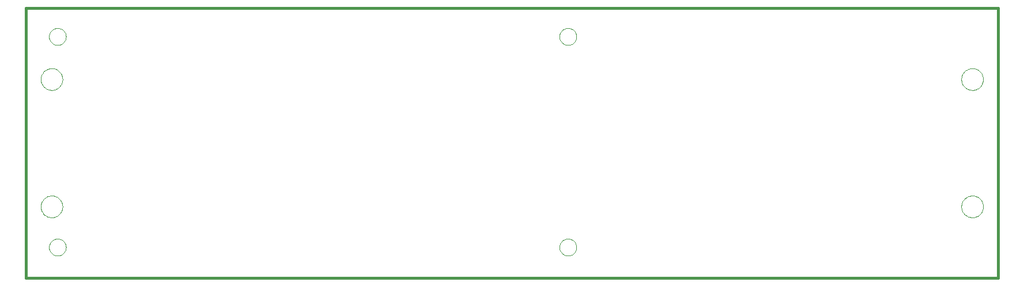
<source format=gko>
G75*
%MOIN*%
%OFA0B0*%
%FSLAX24Y24*%
%IPPOS*%
%LPD*%
%AMOC8*
5,1,8,0,0,1.08239X$1,22.5*
%
%ADD10C,0.0160*%
%ADD11C,0.0000*%
D10*
X000180Y000180D02*
X000180Y015805D01*
X056430Y015805D01*
X056430Y000180D01*
X000180Y000180D01*
D11*
X001524Y001948D02*
X001526Y001992D01*
X001532Y002036D01*
X001542Y002079D01*
X001555Y002121D01*
X001573Y002161D01*
X001594Y002200D01*
X001618Y002237D01*
X001645Y002272D01*
X001676Y002304D01*
X001709Y002333D01*
X001745Y002359D01*
X001783Y002381D01*
X001823Y002400D01*
X001864Y002416D01*
X001907Y002428D01*
X001950Y002436D01*
X001994Y002440D01*
X002038Y002440D01*
X002082Y002436D01*
X002125Y002428D01*
X002168Y002416D01*
X002209Y002400D01*
X002249Y002381D01*
X002287Y002359D01*
X002323Y002333D01*
X002356Y002304D01*
X002387Y002272D01*
X002414Y002237D01*
X002438Y002200D01*
X002459Y002161D01*
X002477Y002121D01*
X002490Y002079D01*
X002500Y002036D01*
X002506Y001992D01*
X002508Y001948D01*
X002506Y001904D01*
X002500Y001860D01*
X002490Y001817D01*
X002477Y001775D01*
X002459Y001735D01*
X002438Y001696D01*
X002414Y001659D01*
X002387Y001624D01*
X002356Y001592D01*
X002323Y001563D01*
X002287Y001537D01*
X002249Y001515D01*
X002209Y001496D01*
X002168Y001480D01*
X002125Y001468D01*
X002082Y001460D01*
X002038Y001456D01*
X001994Y001456D01*
X001950Y001460D01*
X001907Y001468D01*
X001864Y001480D01*
X001823Y001496D01*
X001783Y001515D01*
X001745Y001537D01*
X001709Y001563D01*
X001676Y001592D01*
X001645Y001624D01*
X001618Y001659D01*
X001594Y001696D01*
X001573Y001735D01*
X001555Y001775D01*
X001542Y001817D01*
X001532Y001860D01*
X001526Y001904D01*
X001524Y001948D01*
X001050Y004305D02*
X001052Y004355D01*
X001058Y004405D01*
X001068Y004454D01*
X001082Y004502D01*
X001099Y004549D01*
X001120Y004594D01*
X001145Y004638D01*
X001173Y004679D01*
X001205Y004718D01*
X001239Y004755D01*
X001276Y004789D01*
X001316Y004819D01*
X001358Y004846D01*
X001402Y004870D01*
X001448Y004891D01*
X001495Y004907D01*
X001543Y004920D01*
X001593Y004929D01*
X001642Y004934D01*
X001693Y004935D01*
X001743Y004932D01*
X001792Y004925D01*
X001841Y004914D01*
X001889Y004899D01*
X001935Y004881D01*
X001980Y004859D01*
X002023Y004833D01*
X002064Y004804D01*
X002103Y004772D01*
X002139Y004737D01*
X002171Y004699D01*
X002201Y004659D01*
X002228Y004616D01*
X002251Y004572D01*
X002270Y004526D01*
X002286Y004478D01*
X002298Y004429D01*
X002306Y004380D01*
X002310Y004330D01*
X002310Y004280D01*
X002306Y004230D01*
X002298Y004181D01*
X002286Y004132D01*
X002270Y004084D01*
X002251Y004038D01*
X002228Y003994D01*
X002201Y003951D01*
X002171Y003911D01*
X002139Y003873D01*
X002103Y003838D01*
X002064Y003806D01*
X002023Y003777D01*
X001980Y003751D01*
X001935Y003729D01*
X001889Y003711D01*
X001841Y003696D01*
X001792Y003685D01*
X001743Y003678D01*
X001693Y003675D01*
X001642Y003676D01*
X001593Y003681D01*
X001543Y003690D01*
X001495Y003703D01*
X001448Y003719D01*
X001402Y003740D01*
X001358Y003764D01*
X001316Y003791D01*
X001276Y003821D01*
X001239Y003855D01*
X001205Y003892D01*
X001173Y003931D01*
X001145Y003972D01*
X001120Y004016D01*
X001099Y004061D01*
X001082Y004108D01*
X001068Y004156D01*
X001058Y004205D01*
X001052Y004255D01*
X001050Y004305D01*
X001050Y011680D02*
X001052Y011730D01*
X001058Y011780D01*
X001068Y011829D01*
X001082Y011877D01*
X001099Y011924D01*
X001120Y011969D01*
X001145Y012013D01*
X001173Y012054D01*
X001205Y012093D01*
X001239Y012130D01*
X001276Y012164D01*
X001316Y012194D01*
X001358Y012221D01*
X001402Y012245D01*
X001448Y012266D01*
X001495Y012282D01*
X001543Y012295D01*
X001593Y012304D01*
X001642Y012309D01*
X001693Y012310D01*
X001743Y012307D01*
X001792Y012300D01*
X001841Y012289D01*
X001889Y012274D01*
X001935Y012256D01*
X001980Y012234D01*
X002023Y012208D01*
X002064Y012179D01*
X002103Y012147D01*
X002139Y012112D01*
X002171Y012074D01*
X002201Y012034D01*
X002228Y011991D01*
X002251Y011947D01*
X002270Y011901D01*
X002286Y011853D01*
X002298Y011804D01*
X002306Y011755D01*
X002310Y011705D01*
X002310Y011655D01*
X002306Y011605D01*
X002298Y011556D01*
X002286Y011507D01*
X002270Y011459D01*
X002251Y011413D01*
X002228Y011369D01*
X002201Y011326D01*
X002171Y011286D01*
X002139Y011248D01*
X002103Y011213D01*
X002064Y011181D01*
X002023Y011152D01*
X001980Y011126D01*
X001935Y011104D01*
X001889Y011086D01*
X001841Y011071D01*
X001792Y011060D01*
X001743Y011053D01*
X001693Y011050D01*
X001642Y011051D01*
X001593Y011056D01*
X001543Y011065D01*
X001495Y011078D01*
X001448Y011094D01*
X001402Y011115D01*
X001358Y011139D01*
X001316Y011166D01*
X001276Y011196D01*
X001239Y011230D01*
X001205Y011267D01*
X001173Y011306D01*
X001145Y011347D01*
X001120Y011391D01*
X001099Y011436D01*
X001082Y011483D01*
X001068Y011531D01*
X001058Y011580D01*
X001052Y011630D01*
X001050Y011680D01*
X001524Y014152D02*
X001526Y014196D01*
X001532Y014240D01*
X001542Y014283D01*
X001555Y014325D01*
X001573Y014365D01*
X001594Y014404D01*
X001618Y014441D01*
X001645Y014476D01*
X001676Y014508D01*
X001709Y014537D01*
X001745Y014563D01*
X001783Y014585D01*
X001823Y014604D01*
X001864Y014620D01*
X001907Y014632D01*
X001950Y014640D01*
X001994Y014644D01*
X002038Y014644D01*
X002082Y014640D01*
X002125Y014632D01*
X002168Y014620D01*
X002209Y014604D01*
X002249Y014585D01*
X002287Y014563D01*
X002323Y014537D01*
X002356Y014508D01*
X002387Y014476D01*
X002414Y014441D01*
X002438Y014404D01*
X002459Y014365D01*
X002477Y014325D01*
X002490Y014283D01*
X002500Y014240D01*
X002506Y014196D01*
X002508Y014152D01*
X002506Y014108D01*
X002500Y014064D01*
X002490Y014021D01*
X002477Y013979D01*
X002459Y013939D01*
X002438Y013900D01*
X002414Y013863D01*
X002387Y013828D01*
X002356Y013796D01*
X002323Y013767D01*
X002287Y013741D01*
X002249Y013719D01*
X002209Y013700D01*
X002168Y013684D01*
X002125Y013672D01*
X002082Y013664D01*
X002038Y013660D01*
X001994Y013660D01*
X001950Y013664D01*
X001907Y013672D01*
X001864Y013684D01*
X001823Y013700D01*
X001783Y013719D01*
X001745Y013741D01*
X001709Y013767D01*
X001676Y013796D01*
X001645Y013828D01*
X001618Y013863D01*
X001594Y013900D01*
X001573Y013939D01*
X001555Y013979D01*
X001542Y014021D01*
X001532Y014064D01*
X001526Y014108D01*
X001524Y014152D01*
X031052Y014152D02*
X031054Y014196D01*
X031060Y014240D01*
X031070Y014283D01*
X031083Y014325D01*
X031101Y014365D01*
X031122Y014404D01*
X031146Y014441D01*
X031173Y014476D01*
X031204Y014508D01*
X031237Y014537D01*
X031273Y014563D01*
X031311Y014585D01*
X031351Y014604D01*
X031392Y014620D01*
X031435Y014632D01*
X031478Y014640D01*
X031522Y014644D01*
X031566Y014644D01*
X031610Y014640D01*
X031653Y014632D01*
X031696Y014620D01*
X031737Y014604D01*
X031777Y014585D01*
X031815Y014563D01*
X031851Y014537D01*
X031884Y014508D01*
X031915Y014476D01*
X031942Y014441D01*
X031966Y014404D01*
X031987Y014365D01*
X032005Y014325D01*
X032018Y014283D01*
X032028Y014240D01*
X032034Y014196D01*
X032036Y014152D01*
X032034Y014108D01*
X032028Y014064D01*
X032018Y014021D01*
X032005Y013979D01*
X031987Y013939D01*
X031966Y013900D01*
X031942Y013863D01*
X031915Y013828D01*
X031884Y013796D01*
X031851Y013767D01*
X031815Y013741D01*
X031777Y013719D01*
X031737Y013700D01*
X031696Y013684D01*
X031653Y013672D01*
X031610Y013664D01*
X031566Y013660D01*
X031522Y013660D01*
X031478Y013664D01*
X031435Y013672D01*
X031392Y013684D01*
X031351Y013700D01*
X031311Y013719D01*
X031273Y013741D01*
X031237Y013767D01*
X031204Y013796D01*
X031173Y013828D01*
X031146Y013863D01*
X031122Y013900D01*
X031101Y013939D01*
X031083Y013979D01*
X031070Y014021D01*
X031060Y014064D01*
X031054Y014108D01*
X031052Y014152D01*
X054300Y011680D02*
X054302Y011730D01*
X054308Y011780D01*
X054318Y011829D01*
X054332Y011877D01*
X054349Y011924D01*
X054370Y011969D01*
X054395Y012013D01*
X054423Y012054D01*
X054455Y012093D01*
X054489Y012130D01*
X054526Y012164D01*
X054566Y012194D01*
X054608Y012221D01*
X054652Y012245D01*
X054698Y012266D01*
X054745Y012282D01*
X054793Y012295D01*
X054843Y012304D01*
X054892Y012309D01*
X054943Y012310D01*
X054993Y012307D01*
X055042Y012300D01*
X055091Y012289D01*
X055139Y012274D01*
X055185Y012256D01*
X055230Y012234D01*
X055273Y012208D01*
X055314Y012179D01*
X055353Y012147D01*
X055389Y012112D01*
X055421Y012074D01*
X055451Y012034D01*
X055478Y011991D01*
X055501Y011947D01*
X055520Y011901D01*
X055536Y011853D01*
X055548Y011804D01*
X055556Y011755D01*
X055560Y011705D01*
X055560Y011655D01*
X055556Y011605D01*
X055548Y011556D01*
X055536Y011507D01*
X055520Y011459D01*
X055501Y011413D01*
X055478Y011369D01*
X055451Y011326D01*
X055421Y011286D01*
X055389Y011248D01*
X055353Y011213D01*
X055314Y011181D01*
X055273Y011152D01*
X055230Y011126D01*
X055185Y011104D01*
X055139Y011086D01*
X055091Y011071D01*
X055042Y011060D01*
X054993Y011053D01*
X054943Y011050D01*
X054892Y011051D01*
X054843Y011056D01*
X054793Y011065D01*
X054745Y011078D01*
X054698Y011094D01*
X054652Y011115D01*
X054608Y011139D01*
X054566Y011166D01*
X054526Y011196D01*
X054489Y011230D01*
X054455Y011267D01*
X054423Y011306D01*
X054395Y011347D01*
X054370Y011391D01*
X054349Y011436D01*
X054332Y011483D01*
X054318Y011531D01*
X054308Y011580D01*
X054302Y011630D01*
X054300Y011680D01*
X054300Y004305D02*
X054302Y004355D01*
X054308Y004405D01*
X054318Y004454D01*
X054332Y004502D01*
X054349Y004549D01*
X054370Y004594D01*
X054395Y004638D01*
X054423Y004679D01*
X054455Y004718D01*
X054489Y004755D01*
X054526Y004789D01*
X054566Y004819D01*
X054608Y004846D01*
X054652Y004870D01*
X054698Y004891D01*
X054745Y004907D01*
X054793Y004920D01*
X054843Y004929D01*
X054892Y004934D01*
X054943Y004935D01*
X054993Y004932D01*
X055042Y004925D01*
X055091Y004914D01*
X055139Y004899D01*
X055185Y004881D01*
X055230Y004859D01*
X055273Y004833D01*
X055314Y004804D01*
X055353Y004772D01*
X055389Y004737D01*
X055421Y004699D01*
X055451Y004659D01*
X055478Y004616D01*
X055501Y004572D01*
X055520Y004526D01*
X055536Y004478D01*
X055548Y004429D01*
X055556Y004380D01*
X055560Y004330D01*
X055560Y004280D01*
X055556Y004230D01*
X055548Y004181D01*
X055536Y004132D01*
X055520Y004084D01*
X055501Y004038D01*
X055478Y003994D01*
X055451Y003951D01*
X055421Y003911D01*
X055389Y003873D01*
X055353Y003838D01*
X055314Y003806D01*
X055273Y003777D01*
X055230Y003751D01*
X055185Y003729D01*
X055139Y003711D01*
X055091Y003696D01*
X055042Y003685D01*
X054993Y003678D01*
X054943Y003675D01*
X054892Y003676D01*
X054843Y003681D01*
X054793Y003690D01*
X054745Y003703D01*
X054698Y003719D01*
X054652Y003740D01*
X054608Y003764D01*
X054566Y003791D01*
X054526Y003821D01*
X054489Y003855D01*
X054455Y003892D01*
X054423Y003931D01*
X054395Y003972D01*
X054370Y004016D01*
X054349Y004061D01*
X054332Y004108D01*
X054318Y004156D01*
X054308Y004205D01*
X054302Y004255D01*
X054300Y004305D01*
X031052Y001948D02*
X031054Y001992D01*
X031060Y002036D01*
X031070Y002079D01*
X031083Y002121D01*
X031101Y002161D01*
X031122Y002200D01*
X031146Y002237D01*
X031173Y002272D01*
X031204Y002304D01*
X031237Y002333D01*
X031273Y002359D01*
X031311Y002381D01*
X031351Y002400D01*
X031392Y002416D01*
X031435Y002428D01*
X031478Y002436D01*
X031522Y002440D01*
X031566Y002440D01*
X031610Y002436D01*
X031653Y002428D01*
X031696Y002416D01*
X031737Y002400D01*
X031777Y002381D01*
X031815Y002359D01*
X031851Y002333D01*
X031884Y002304D01*
X031915Y002272D01*
X031942Y002237D01*
X031966Y002200D01*
X031987Y002161D01*
X032005Y002121D01*
X032018Y002079D01*
X032028Y002036D01*
X032034Y001992D01*
X032036Y001948D01*
X032034Y001904D01*
X032028Y001860D01*
X032018Y001817D01*
X032005Y001775D01*
X031987Y001735D01*
X031966Y001696D01*
X031942Y001659D01*
X031915Y001624D01*
X031884Y001592D01*
X031851Y001563D01*
X031815Y001537D01*
X031777Y001515D01*
X031737Y001496D01*
X031696Y001480D01*
X031653Y001468D01*
X031610Y001460D01*
X031566Y001456D01*
X031522Y001456D01*
X031478Y001460D01*
X031435Y001468D01*
X031392Y001480D01*
X031351Y001496D01*
X031311Y001515D01*
X031273Y001537D01*
X031237Y001563D01*
X031204Y001592D01*
X031173Y001624D01*
X031146Y001659D01*
X031122Y001696D01*
X031101Y001735D01*
X031083Y001775D01*
X031070Y001817D01*
X031060Y001860D01*
X031054Y001904D01*
X031052Y001948D01*
M02*

</source>
